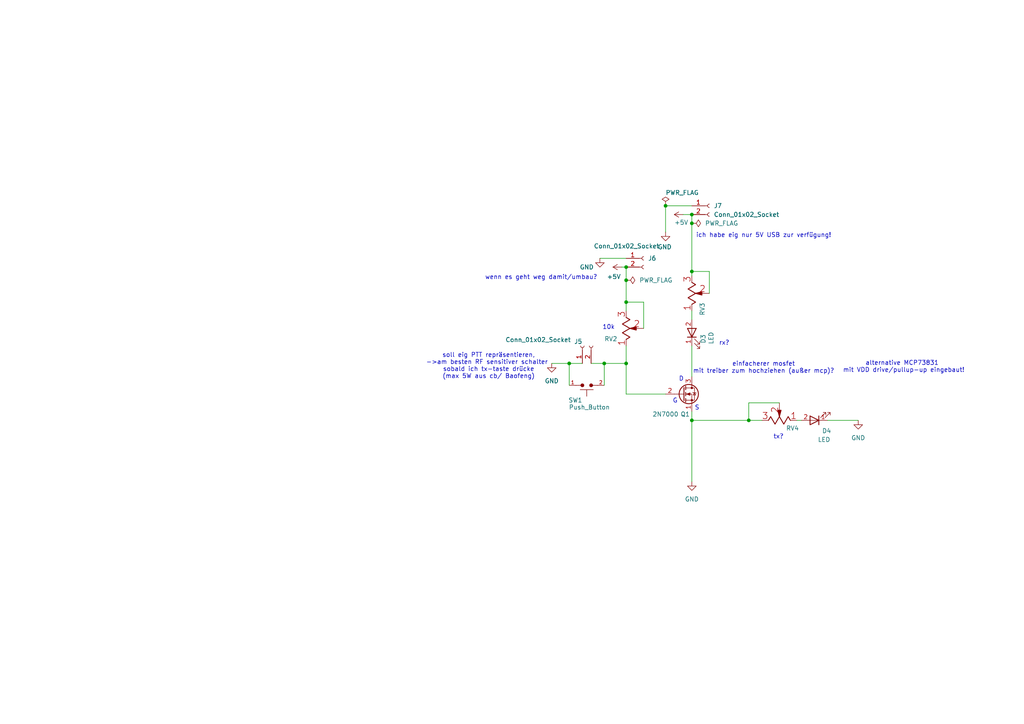
<source format=kicad_sch>
(kicad_sch
	(version 20231120)
	(generator "eeschema")
	(generator_version "8.0")
	(uuid "43bc54c2-f30c-446f-ad09-871235d9a22a")
	(paper "A4")
	(title_block
		(title "TR-Switch")
		(date "2024-06-09")
		(rev "0.1")
		(company "(C) WodoWiesel")
		(comment 1 "06/06/2024")
	)
	(lib_symbols
		(symbol "Connector:Conn_01x02_Socket"
			(pin_names
				(offset 1.016) hide)
			(exclude_from_sim no)
			(in_bom yes)
			(on_board yes)
			(property "Reference" "J"
				(at 0 2.54 0)
				(effects
					(font
						(size 1.27 1.27)
					)
				)
			)
			(property "Value" "Conn_01x02_Socket"
				(at 0 -5.08 0)
				(effects
					(font
						(size 1.27 1.27)
					)
				)
			)
			(property "Footprint" ""
				(at 0 0 0)
				(effects
					(font
						(size 1.27 1.27)
					)
					(hide yes)
				)
			)
			(property "Datasheet" "~"
				(at 0 0 0)
				(effects
					(font
						(size 1.27 1.27)
					)
					(hide yes)
				)
			)
			(property "Description" "Generic connector, single row, 01x02, script generated"
				(at 0 0 0)
				(effects
					(font
						(size 1.27 1.27)
					)
					(hide yes)
				)
			)
			(property "ki_locked" ""
				(at 0 0 0)
				(effects
					(font
						(size 1.27 1.27)
					)
				)
			)
			(property "ki_keywords" "connector"
				(at 0 0 0)
				(effects
					(font
						(size 1.27 1.27)
					)
					(hide yes)
				)
			)
			(property "ki_fp_filters" "Connector*:*_1x??_*"
				(at 0 0 0)
				(effects
					(font
						(size 1.27 1.27)
					)
					(hide yes)
				)
			)
			(symbol "Conn_01x02_Socket_1_1"
				(arc
					(start 0 -2.032)
					(mid -0.5058 -2.54)
					(end 0 -3.048)
					(stroke
						(width 0.1524)
						(type default)
					)
					(fill
						(type none)
					)
				)
				(polyline
					(pts
						(xy -1.27 -2.54) (xy -0.508 -2.54)
					)
					(stroke
						(width 0.1524)
						(type default)
					)
					(fill
						(type none)
					)
				)
				(polyline
					(pts
						(xy -1.27 0) (xy -0.508 0)
					)
					(stroke
						(width 0.1524)
						(type default)
					)
					(fill
						(type none)
					)
				)
				(arc
					(start 0 0.508)
					(mid -0.5058 0)
					(end 0 -0.508)
					(stroke
						(width 0.1524)
						(type default)
					)
					(fill
						(type none)
					)
				)
				(pin passive line
					(at -5.08 0 0)
					(length 3.81)
					(name "Pin_1"
						(effects
							(font
								(size 1.27 1.27)
							)
						)
					)
					(number "1"
						(effects
							(font
								(size 1.27 1.27)
							)
						)
					)
				)
				(pin passive line
					(at -5.08 -2.54 0)
					(length 3.81)
					(name "Pin_2"
						(effects
							(font
								(size 1.27 1.27)
							)
						)
					)
					(number "2"
						(effects
							(font
								(size 1.27 1.27)
							)
						)
					)
				)
			)
		)
		(symbol "Device:LED"
			(pin_names
				(offset 1.016) hide)
			(exclude_from_sim no)
			(in_bom yes)
			(on_board yes)
			(property "Reference" "D"
				(at 0 2.54 0)
				(effects
					(font
						(size 1.27 1.27)
					)
				)
			)
			(property "Value" "LED"
				(at 0 -2.54 0)
				(effects
					(font
						(size 1.27 1.27)
					)
				)
			)
			(property "Footprint" ""
				(at 0 0 0)
				(effects
					(font
						(size 1.27 1.27)
					)
					(hide yes)
				)
			)
			(property "Datasheet" "~"
				(at 0 0 0)
				(effects
					(font
						(size 1.27 1.27)
					)
					(hide yes)
				)
			)
			(property "Description" "Light emitting diode"
				(at 0 0 0)
				(effects
					(font
						(size 1.27 1.27)
					)
					(hide yes)
				)
			)
			(property "ki_keywords" "LED diode"
				(at 0 0 0)
				(effects
					(font
						(size 1.27 1.27)
					)
					(hide yes)
				)
			)
			(property "ki_fp_filters" "LED* LED_SMD:* LED_THT:*"
				(at 0 0 0)
				(effects
					(font
						(size 1.27 1.27)
					)
					(hide yes)
				)
			)
			(symbol "LED_0_1"
				(polyline
					(pts
						(xy -1.27 -1.27) (xy -1.27 1.27)
					)
					(stroke
						(width 0.254)
						(type default)
					)
					(fill
						(type none)
					)
				)
				(polyline
					(pts
						(xy -1.27 0) (xy 1.27 0)
					)
					(stroke
						(width 0)
						(type default)
					)
					(fill
						(type none)
					)
				)
				(polyline
					(pts
						(xy 1.27 -1.27) (xy 1.27 1.27) (xy -1.27 0) (xy 1.27 -1.27)
					)
					(stroke
						(width 0.254)
						(type default)
					)
					(fill
						(type none)
					)
				)
				(polyline
					(pts
						(xy -3.048 -0.762) (xy -4.572 -2.286) (xy -3.81 -2.286) (xy -4.572 -2.286) (xy -4.572 -1.524)
					)
					(stroke
						(width 0)
						(type default)
					)
					(fill
						(type none)
					)
				)
				(polyline
					(pts
						(xy -1.778 -0.762) (xy -3.302 -2.286) (xy -2.54 -2.286) (xy -3.302 -2.286) (xy -3.302 -1.524)
					)
					(stroke
						(width 0)
						(type default)
					)
					(fill
						(type none)
					)
				)
			)
			(symbol "LED_1_1"
				(pin passive line
					(at -3.81 0 0)
					(length 2.54)
					(name "K"
						(effects
							(font
								(size 1.27 1.27)
							)
						)
					)
					(number "1"
						(effects
							(font
								(size 1.27 1.27)
							)
						)
					)
				)
				(pin passive line
					(at 3.81 0 180)
					(length 2.54)
					(name "A"
						(effects
							(font
								(size 1.27 1.27)
							)
						)
					)
					(number "2"
						(effects
							(font
								(size 1.27 1.27)
							)
						)
					)
				)
			)
		)
		(symbol "PCM_Generic:R-potentiometer,IEEE,symmetric"
			(pin_names
				(offset 0) hide)
			(exclude_from_sim no)
			(in_bom yes)
			(on_board yes)
			(property "Reference" "R"
				(at 2.54 2.54 0)
				(effects
					(font
						(size 2.54 2.54)
					)
					(justify left)
				)
			)
			(property "Value" "R-potentiometer,IEEE,symmetric"
				(at 2.54 -2.54 0)
				(effects
					(font
						(size 0.001 0.001)
					)
					(justify left)
					(hide yes)
				)
			)
			(property "Footprint" ""
				(at 0 0 0)
				(effects
					(font
						(size 2.54 2.54)
					)
					(hide yes)
				)
			)
			(property "Datasheet" ""
				(at 0 0 0)
				(effects
					(font
						(size 2.54 2.54)
					)
					(hide yes)
				)
			)
			(property "Description" "potentiometer with movable/rotating/sliding contact (IEEE short zigzag)"
				(at 0 0 0)
				(effects
					(font
						(size 1.27 1.27)
					)
					(hide yes)
				)
			)
			(property "Sim.Pins" "1=1 2=2 3=3"
				(at 0 0 0)
				(effects
					(font
						(size 1.27 1.27)
					)
					(hide yes)
				)
			)
			(property "Sim.Device" "SPICE"
				(at -2.54 2.54 0)
				(effects
					(font
						(size 2.54 2.54)
					)
					(justify right)
					(hide yes)
				)
			)
			(property "Sim.Params" "type=\"A\" model=\"lin100k\" lib=\"R-potentiometer.lib\""
				(at 0 0 0)
				(effects
					(font
						(size 1.27 1.27)
					)
					(hide yes)
				)
			)
			(property "Indicator" "●"
				(at 2.54 -2.54 0)
				(effects
					(font
						(size 1.27 1.27)
					)
					(justify left)
				)
			)
			(property "ki_keywords" "A R pot potentiometer movable rotating sliding contact IEEE zigzag adjustable res resistor wiper knob trimmer lin log"
				(at 0 0 0)
				(effects
					(font
						(size 1.27 1.27)
					)
					(hide yes)
				)
			)
			(symbol "R-potentiometer,IEEE,symmetric_1_1"
				(polyline
					(pts
						(xy 1.0922 0) (xy 2.921 0.4826) (xy 2.921 -0.4826) (xy 1.0922 0)
					)
					(stroke
						(width 0.254)
						(type default)
					)
					(fill
						(type outline)
					)
				)
				(polyline
					(pts
						(xy 0 3.175) (xy 1.0922 2.54) (xy -1.0922 1.27) (xy 1.0922 0) (xy -1.0922 -1.27) (xy 1.0922 -2.54)
						(xy 0 -3.175)
					)
					(stroke
						(width 0.254)
						(type default)
					)
					(fill
						(type none)
					)
				)
				(pin passive line
					(at 0 -5.08 90)
					(length 1.905)
					(name "a"
						(effects
							(font
								(size 1.27 1.27)
							)
						)
					)
					(number "1"
						(effects
							(font
								(size 1.8288 1.8288)
							)
						)
					)
				)
				(pin passive line
					(at 5.08 0 180)
					(length 3.9878)
					(name "b"
						(effects
							(font
								(size 1.27 1.27)
							)
						)
					)
					(number "2"
						(effects
							(font
								(size 1.8288 1.8288)
							)
						)
					)
				)
				(pin passive line
					(at 0 5.08 270)
					(length 1.905)
					(name "c"
						(effects
							(font
								(size 1.27 1.27)
							)
						)
					)
					(number "3"
						(effects
							(font
								(size 1.8288 1.8288)
							)
						)
					)
				)
			)
		)
		(symbol "PCM_SL_Devices:Push_Button"
			(exclude_from_sim no)
			(in_bom yes)
			(on_board yes)
			(property "Reference" "SW"
				(at 0 6.35 0)
				(effects
					(font
						(size 1.27 1.27)
					)
				)
			)
			(property "Value" "Push_Button"
				(at 0 4.445 0)
				(effects
					(font
						(size 1.27 1.27)
					)
				)
			)
			(property "Footprint" "Button_Switch_THT:SW_PUSH_6mm"
				(at -0.127 -3.175 0)
				(effects
					(font
						(size 1.27 1.27)
					)
					(hide yes)
				)
			)
			(property "Datasheet" ""
				(at 0 0 0)
				(effects
					(font
						(size 1.27 1.27)
					)
					(hide yes)
				)
			)
			(property "Description" "Common 6mmx6mm Push Button"
				(at 0 0 0)
				(effects
					(font
						(size 1.27 1.27)
					)
					(hide yes)
				)
			)
			(property "ki_keywords" "Switch"
				(at 0 0 0)
				(effects
					(font
						(size 1.27 1.27)
					)
					(hide yes)
				)
			)
			(symbol "Push_Button_0_1"
				(circle
					(center -1.27 0)
					(radius 0.4579)
					(stroke
						(width 0)
						(type default)
					)
					(fill
						(type outline)
					)
				)
				(polyline
					(pts
						(xy -3.175 0) (xy -1.778 0)
					)
					(stroke
						(width 0)
						(type default)
					)
					(fill
						(type none)
					)
				)
				(polyline
					(pts
						(xy -1.905 1.27) (xy 1.905 1.27)
					)
					(stroke
						(width 0)
						(type default)
					)
					(fill
						(type none)
					)
				)
				(polyline
					(pts
						(xy 0 1.27) (xy 0 3.175)
					)
					(stroke
						(width 0)
						(type default)
					)
					(fill
						(type none)
					)
				)
				(polyline
					(pts
						(xy 1.778 0) (xy 3.175 0)
					)
					(stroke
						(width 0)
						(type default)
					)
					(fill
						(type none)
					)
				)
				(circle
					(center 1.27 0)
					(radius 0.4579)
					(stroke
						(width 0)
						(type default)
					)
					(fill
						(type outline)
					)
				)
			)
			(symbol "Push_Button_1_1"
				(pin passive line
					(at -5.08 0 0)
					(length 2)
					(name ""
						(effects
							(font
								(size 1.27 1.27)
							)
						)
					)
					(number "1"
						(effects
							(font
								(size 1 1)
							)
						)
					)
				)
				(pin passive line
					(at 5.08 0 180)
					(length 2)
					(name ""
						(effects
							(font
								(size 1.27 1.27)
							)
						)
					)
					(number "2"
						(effects
							(font
								(size 1 1)
							)
						)
					)
				)
			)
		)
		(symbol "Transistor_FET:2N7000"
			(pin_names hide)
			(exclude_from_sim no)
			(in_bom yes)
			(on_board yes)
			(property "Reference" "Q"
				(at 5.08 1.905 0)
				(effects
					(font
						(size 1.27 1.27)
					)
					(justify left)
				)
			)
			(property "Value" "2N7000"
				(at 5.08 0 0)
				(effects
					(font
						(size 1.27 1.27)
					)
					(justify left)
				)
			)
			(property "Footprint" "Package_TO_SOT_THT:TO-92_Inline"
				(at 5.08 -1.905 0)
				(effects
					(font
						(size 1.27 1.27)
						(italic yes)
					)
					(justify left)
					(hide yes)
				)
			)
			(property "Datasheet" "https://www.vishay.com/docs/70226/70226.pdf"
				(at 0 0 0)
				(effects
					(font
						(size 1.27 1.27)
					)
					(justify left)
					(hide yes)
				)
			)
			(property "Description" "0.2A Id, 200V Vds, N-Channel MOSFET, 2.6V Logic Level, TO-92"
				(at 0 0 0)
				(effects
					(font
						(size 1.27 1.27)
					)
					(hide yes)
				)
			)
			(property "ki_keywords" "N-Channel MOSFET Logic-Level"
				(at 0 0 0)
				(effects
					(font
						(size 1.27 1.27)
					)
					(hide yes)
				)
			)
			(property "ki_fp_filters" "TO?92*"
				(at 0 0 0)
				(effects
					(font
						(size 1.27 1.27)
					)
					(hide yes)
				)
			)
			(symbol "2N7000_0_1"
				(polyline
					(pts
						(xy 0.254 0) (xy -2.54 0)
					)
					(stroke
						(width 0)
						(type default)
					)
					(fill
						(type none)
					)
				)
				(polyline
					(pts
						(xy 0.254 1.905) (xy 0.254 -1.905)
					)
					(stroke
						(width 0.254)
						(type default)
					)
					(fill
						(type none)
					)
				)
				(polyline
					(pts
						(xy 0.762 -1.27) (xy 0.762 -2.286)
					)
					(stroke
						(width 0.254)
						(type default)
					)
					(fill
						(type none)
					)
				)
				(polyline
					(pts
						(xy 0.762 0.508) (xy 0.762 -0.508)
					)
					(stroke
						(width 0.254)
						(type default)
					)
					(fill
						(type none)
					)
				)
				(polyline
					(pts
						(xy 0.762 2.286) (xy 0.762 1.27)
					)
					(stroke
						(width 0.254)
						(type default)
					)
					(fill
						(type none)
					)
				)
				(polyline
					(pts
						(xy 2.54 2.54) (xy 2.54 1.778)
					)
					(stroke
						(width 0)
						(type default)
					)
					(fill
						(type none)
					)
				)
				(polyline
					(pts
						(xy 2.54 -2.54) (xy 2.54 0) (xy 0.762 0)
					)
					(stroke
						(width 0)
						(type default)
					)
					(fill
						(type none)
					)
				)
				(polyline
					(pts
						(xy 0.762 -1.778) (xy 3.302 -1.778) (xy 3.302 1.778) (xy 0.762 1.778)
					)
					(stroke
						(width 0)
						(type default)
					)
					(fill
						(type none)
					)
				)
				(polyline
					(pts
						(xy 1.016 0) (xy 2.032 0.381) (xy 2.032 -0.381) (xy 1.016 0)
					)
					(stroke
						(width 0)
						(type default)
					)
					(fill
						(type outline)
					)
				)
				(polyline
					(pts
						(xy 2.794 0.508) (xy 2.921 0.381) (xy 3.683 0.381) (xy 3.81 0.254)
					)
					(stroke
						(width 0)
						(type default)
					)
					(fill
						(type none)
					)
				)
				(polyline
					(pts
						(xy 3.302 0.381) (xy 2.921 -0.254) (xy 3.683 -0.254) (xy 3.302 0.381)
					)
					(stroke
						(width 0)
						(type default)
					)
					(fill
						(type none)
					)
				)
				(circle
					(center 1.651 0)
					(radius 2.794)
					(stroke
						(width 0.254)
						(type default)
					)
					(fill
						(type none)
					)
				)
				(circle
					(center 2.54 -1.778)
					(radius 0.254)
					(stroke
						(width 0)
						(type default)
					)
					(fill
						(type outline)
					)
				)
				(circle
					(center 2.54 1.778)
					(radius 0.254)
					(stroke
						(width 0)
						(type default)
					)
					(fill
						(type outline)
					)
				)
			)
			(symbol "2N7000_1_1"
				(pin passive line
					(at 2.54 -5.08 90)
					(length 2.54)
					(name "S"
						(effects
							(font
								(size 1.27 1.27)
							)
						)
					)
					(number "1"
						(effects
							(font
								(size 1.27 1.27)
							)
						)
					)
				)
				(pin input line
					(at -5.08 0 0)
					(length 2.54)
					(name "G"
						(effects
							(font
								(size 1.27 1.27)
							)
						)
					)
					(number "2"
						(effects
							(font
								(size 1.27 1.27)
							)
						)
					)
				)
				(pin passive line
					(at 2.54 5.08 270)
					(length 2.54)
					(name "D"
						(effects
							(font
								(size 1.27 1.27)
							)
						)
					)
					(number "3"
						(effects
							(font
								(size 1.27 1.27)
							)
						)
					)
				)
			)
		)
		(symbol "power:+5V"
			(power)
			(pin_names
				(offset 0)
			)
			(exclude_from_sim no)
			(in_bom yes)
			(on_board yes)
			(property "Reference" "#PWR"
				(at 0 -3.81 0)
				(effects
					(font
						(size 1.27 1.27)
					)
					(hide yes)
				)
			)
			(property "Value" "+5V"
				(at 0 3.556 0)
				(effects
					(font
						(size 1.27 1.27)
					)
				)
			)
			(property "Footprint" ""
				(at 0 0 0)
				(effects
					(font
						(size 1.27 1.27)
					)
					(hide yes)
				)
			)
			(property "Datasheet" ""
				(at 0 0 0)
				(effects
					(font
						(size 1.27 1.27)
					)
					(hide yes)
				)
			)
			(property "Description" "Power symbol creates a global label with name \"+5V\""
				(at 0 0 0)
				(effects
					(font
						(size 1.27 1.27)
					)
					(hide yes)
				)
			)
			(property "ki_keywords" "global power"
				(at 0 0 0)
				(effects
					(font
						(size 1.27 1.27)
					)
					(hide yes)
				)
			)
			(symbol "+5V_0_1"
				(polyline
					(pts
						(xy -0.762 1.27) (xy 0 2.54)
					)
					(stroke
						(width 0)
						(type default)
					)
					(fill
						(type none)
					)
				)
				(polyline
					(pts
						(xy 0 0) (xy 0 2.54)
					)
					(stroke
						(width 0)
						(type default)
					)
					(fill
						(type none)
					)
				)
				(polyline
					(pts
						(xy 0 2.54) (xy 0.762 1.27)
					)
					(stroke
						(width 0)
						(type default)
					)
					(fill
						(type none)
					)
				)
			)
			(symbol "+5V_1_1"
				(pin power_in line
					(at 0 0 90)
					(length 0) hide
					(name "+5V"
						(effects
							(font
								(size 1.27 1.27)
							)
						)
					)
					(number "1"
						(effects
							(font
								(size 1.27 1.27)
							)
						)
					)
				)
			)
		)
		(symbol "power:GND"
			(power)
			(pin_names
				(offset 0)
			)
			(exclude_from_sim no)
			(in_bom yes)
			(on_board yes)
			(property "Reference" "#PWR"
				(at 0 -6.35 0)
				(effects
					(font
						(size 1.27 1.27)
					)
					(hide yes)
				)
			)
			(property "Value" "GND"
				(at 0 -3.81 0)
				(effects
					(font
						(size 1.27 1.27)
					)
				)
			)
			(property "Footprint" ""
				(at 0 0 0)
				(effects
					(font
						(size 1.27 1.27)
					)
					(hide yes)
				)
			)
			(property "Datasheet" ""
				(at 0 0 0)
				(effects
					(font
						(size 1.27 1.27)
					)
					(hide yes)
				)
			)
			(property "Description" "Power symbol creates a global label with name \"GND\" , ground"
				(at 0 0 0)
				(effects
					(font
						(size 1.27 1.27)
					)
					(hide yes)
				)
			)
			(property "ki_keywords" "global power"
				(at 0 0 0)
				(effects
					(font
						(size 1.27 1.27)
					)
					(hide yes)
				)
			)
			(symbol "GND_0_1"
				(polyline
					(pts
						(xy 0 0) (xy 0 -1.27) (xy 1.27 -1.27) (xy 0 -2.54) (xy -1.27 -1.27) (xy 0 -1.27)
					)
					(stroke
						(width 0)
						(type default)
					)
					(fill
						(type none)
					)
				)
			)
			(symbol "GND_1_1"
				(pin power_in line
					(at 0 0 270)
					(length 0) hide
					(name "GND"
						(effects
							(font
								(size 1.27 1.27)
							)
						)
					)
					(number "1"
						(effects
							(font
								(size 1.27 1.27)
							)
						)
					)
				)
			)
		)
		(symbol "power:PWR_FLAG"
			(power)
			(pin_numbers hide)
			(pin_names
				(offset 0) hide)
			(exclude_from_sim no)
			(in_bom yes)
			(on_board yes)
			(property "Reference" "#FLG"
				(at 0 1.905 0)
				(effects
					(font
						(size 1.27 1.27)
					)
					(hide yes)
				)
			)
			(property "Value" "PWR_FLAG"
				(at 0 3.81 0)
				(effects
					(font
						(size 1.27 1.27)
					)
				)
			)
			(property "Footprint" ""
				(at 0 0 0)
				(effects
					(font
						(size 1.27 1.27)
					)
					(hide yes)
				)
			)
			(property "Datasheet" "~"
				(at 0 0 0)
				(effects
					(font
						(size 1.27 1.27)
					)
					(hide yes)
				)
			)
			(property "Description" "Special symbol for telling ERC where power comes from"
				(at 0 0 0)
				(effects
					(font
						(size 1.27 1.27)
					)
					(hide yes)
				)
			)
			(property "ki_keywords" "flag power"
				(at 0 0 0)
				(effects
					(font
						(size 1.27 1.27)
					)
					(hide yes)
				)
			)
			(symbol "PWR_FLAG_0_0"
				(pin power_out line
					(at 0 0 90)
					(length 0)
					(name "pwr"
						(effects
							(font
								(size 1.27 1.27)
							)
						)
					)
					(number "1"
						(effects
							(font
								(size 1.27 1.27)
							)
						)
					)
				)
			)
			(symbol "PWR_FLAG_0_1"
				(polyline
					(pts
						(xy 0 0) (xy 0 1.27) (xy -1.016 1.905) (xy 0 2.54) (xy 1.016 1.905) (xy 0 1.27)
					)
					(stroke
						(width 0)
						(type default)
					)
					(fill
						(type none)
					)
				)
			)
		)
	)
	(junction
		(at 200.66 121.92)
		(diameter 0)
		(color 0 0 0 0)
		(uuid "207cfa97-0712-4aba-b31d-5ec65b58d38d")
	)
	(junction
		(at 200.66 78.74)
		(diameter 0)
		(color 0 0 0 0)
		(uuid "36ff0e0b-ff6d-49f6-a6a8-1b50bbb77a55")
	)
	(junction
		(at 200.66 64.77)
		(diameter 0)
		(color 0 0 0 0)
		(uuid "65abe63d-92de-4028-ad26-6b7e0bea601c")
	)
	(junction
		(at 175.26 105.41)
		(diameter 0)
		(color 0 0 0 0)
		(uuid "7e4739dd-9af8-4d7b-b838-9b67a17e795d")
	)
	(junction
		(at 193.04 59.69)
		(diameter 0)
		(color 0 0 0 0)
		(uuid "90c5db6f-1bdc-4f58-9d30-44c14f25874d")
	)
	(junction
		(at 181.61 87.63)
		(diameter 0)
		(color 0 0 0 0)
		(uuid "b27180cf-a5dc-41ac-8795-db26882cb323")
	)
	(junction
		(at 165.1 105.41)
		(diameter 0)
		(color 0 0 0 0)
		(uuid "cf660d91-ac72-48e8-896e-5a04824a1d18")
	)
	(junction
		(at 217.17 121.92)
		(diameter 0)
		(color 0 0 0 0)
		(uuid "d4b3b220-e3fc-4bd8-b354-24967b0605c3")
	)
	(junction
		(at 181.61 77.47)
		(diameter 0)
		(color 0 0 0 0)
		(uuid "df5db12b-12eb-4496-a821-518a7f47323b")
	)
	(junction
		(at 200.66 62.23)
		(diameter 0)
		(color 0 0 0 0)
		(uuid "e02064a0-f8ca-4e99-8b90-5aea5eac474c")
	)
	(junction
		(at 181.61 81.28)
		(diameter 0)
		(color 0 0 0 0)
		(uuid "e64f309e-4de9-4b7f-8310-747a771c9a06")
	)
	(junction
		(at 181.61 105.41)
		(diameter 0)
		(color 0 0 0 0)
		(uuid "f7858f42-35c3-43fb-bab1-da8f26995091")
	)
	(wire
		(pts
			(xy 175.26 105.41) (xy 181.61 105.41)
		)
		(stroke
			(width 0)
			(type default)
		)
		(uuid "0350a0ba-38c1-4edd-b81a-e29ffec1c05f")
	)
	(wire
		(pts
			(xy 165.1 105.41) (xy 168.91 105.41)
		)
		(stroke
			(width 0)
			(type default)
		)
		(uuid "03d5561d-595f-4d89-9066-7ab037adf4ff")
	)
	(wire
		(pts
			(xy 181.61 87.63) (xy 181.61 90.17)
		)
		(stroke
			(width 0)
			(type default)
		)
		(uuid "053a0b6a-870e-4918-9f4a-1bd6cfbca13f")
	)
	(wire
		(pts
			(xy 200.66 119.38) (xy 200.66 121.92)
		)
		(stroke
			(width 0)
			(type default)
		)
		(uuid "057729ff-0eba-40cd-a6ae-ace4192908fc")
	)
	(wire
		(pts
			(xy 200.66 121.92) (xy 217.17 121.92)
		)
		(stroke
			(width 0)
			(type default)
		)
		(uuid "0a91c575-82b7-4761-afc1-b16c6ea6dd43")
	)
	(wire
		(pts
			(xy 165.1 105.41) (xy 165.1 111.76)
		)
		(stroke
			(width 0)
			(type default)
		)
		(uuid "1a18b37d-56d0-44d3-bbf0-f588761340c8")
	)
	(wire
		(pts
			(xy 193.04 59.69) (xy 193.04 67.31)
		)
		(stroke
			(width 0)
			(type default)
		)
		(uuid "1c960267-d617-41e8-a71e-1fdce70382bd")
	)
	(wire
		(pts
			(xy 160.02 105.41) (xy 165.1 105.41)
		)
		(stroke
			(width 0)
			(type default)
		)
		(uuid "2ac0a99b-7f72-423b-aa87-1dc6f16f7925")
	)
	(wire
		(pts
			(xy 200.66 90.17) (xy 200.66 92.71)
		)
		(stroke
			(width 0)
			(type default)
		)
		(uuid "3987494c-7b4a-4b5f-84f5-a18687cc687d")
	)
	(wire
		(pts
			(xy 200.66 100.33) (xy 200.66 109.22)
		)
		(stroke
			(width 0)
			(type default)
		)
		(uuid "4bf73204-193e-4932-9196-4e208513274d")
	)
	(wire
		(pts
			(xy 198.12 62.23) (xy 200.66 62.23)
		)
		(stroke
			(width 0)
			(type default)
		)
		(uuid "55226b1b-3899-48af-8428-5c1d118958f9")
	)
	(wire
		(pts
			(xy 175.26 105.41) (xy 175.26 111.76)
		)
		(stroke
			(width 0)
			(type default)
		)
		(uuid "596ad931-4aaa-4548-b4ad-acd0c29df239")
	)
	(wire
		(pts
			(xy 193.04 59.69) (xy 200.66 59.69)
		)
		(stroke
			(width 0)
			(type default)
		)
		(uuid "5afbab61-19fd-4953-a713-f8f5b7b7e2dc")
	)
	(wire
		(pts
			(xy 181.61 114.3) (xy 193.04 114.3)
		)
		(stroke
			(width 0)
			(type default)
		)
		(uuid "60083cf9-dea4-4aaf-90af-1e5dda2f9dba")
	)
	(wire
		(pts
			(xy 186.69 95.25) (xy 186.69 87.63)
		)
		(stroke
			(width 0)
			(type default)
		)
		(uuid "7713dd52-5049-4a13-9313-8b7387ca024e")
	)
	(wire
		(pts
			(xy 220.98 121.92) (xy 217.17 121.92)
		)
		(stroke
			(width 0)
			(type default)
		)
		(uuid "7b5efc2a-df88-483d-9d24-75348a8e7223")
	)
	(wire
		(pts
			(xy 200.66 64.77) (xy 200.66 78.74)
		)
		(stroke
			(width 0)
			(type default)
		)
		(uuid "7e4abc89-27e8-463d-bd88-662d4dce574c")
	)
	(wire
		(pts
			(xy 200.66 62.23) (xy 200.66 64.77)
		)
		(stroke
			(width 0)
			(type default)
		)
		(uuid "849a4b5f-0c70-4537-bd74-856b363b9000")
	)
	(wire
		(pts
			(xy 205.74 85.09) (xy 205.74 78.74)
		)
		(stroke
			(width 0)
			(type default)
		)
		(uuid "8b83b92a-e398-42ca-b1cd-868c26b4f4f5")
	)
	(wire
		(pts
			(xy 200.66 78.74) (xy 200.66 80.01)
		)
		(stroke
			(width 0)
			(type default)
		)
		(uuid "8cee7c35-196b-490d-af31-a01f6d13c669")
	)
	(wire
		(pts
			(xy 217.17 116.84) (xy 217.17 121.92)
		)
		(stroke
			(width 0)
			(type default)
		)
		(uuid "8fba186b-8a4b-4b7e-9d16-c9d50dcadac0")
	)
	(wire
		(pts
			(xy 171.45 105.41) (xy 175.26 105.41)
		)
		(stroke
			(width 0)
			(type default)
		)
		(uuid "9c5af517-c160-4223-9da8-05bfedf98b00")
	)
	(wire
		(pts
			(xy 205.74 78.74) (xy 200.66 78.74)
		)
		(stroke
			(width 0)
			(type default)
		)
		(uuid "a596d03a-4d86-413c-87b2-dd3775569cdd")
	)
	(wire
		(pts
			(xy 180.34 77.47) (xy 181.61 77.47)
		)
		(stroke
			(width 0)
			(type default)
		)
		(uuid "af60f9c9-ec30-43ab-9663-4b7fd8638b6e")
	)
	(wire
		(pts
			(xy 217.17 116.84) (xy 226.06 116.84)
		)
		(stroke
			(width 0)
			(type default)
		)
		(uuid "b6f8726d-4d26-4b03-873c-468ebba952e0")
	)
	(wire
		(pts
			(xy 231.14 121.92) (xy 232.41 121.92)
		)
		(stroke
			(width 0)
			(type default)
		)
		(uuid "b717f904-b912-4b97-9f40-e7b759879197")
	)
	(wire
		(pts
			(xy 181.61 100.33) (xy 181.61 105.41)
		)
		(stroke
			(width 0)
			(type default)
		)
		(uuid "bb575420-90e2-47bf-99a1-16838583f5a2")
	)
	(wire
		(pts
			(xy 181.61 105.41) (xy 181.61 114.3)
		)
		(stroke
			(width 0)
			(type default)
		)
		(uuid "bf03d96c-fcc4-453f-ba0f-e186f9867e1a")
	)
	(wire
		(pts
			(xy 181.61 77.47) (xy 181.61 81.28)
		)
		(stroke
			(width 0)
			(type default)
		)
		(uuid "c0e9a5bc-b2fb-443b-bcbf-cb6c0a04cb59")
	)
	(wire
		(pts
			(xy 181.61 81.28) (xy 181.61 87.63)
		)
		(stroke
			(width 0)
			(type default)
		)
		(uuid "cdbf48b1-f0ba-448a-b676-1d8a7b4f62fc")
	)
	(wire
		(pts
			(xy 240.03 121.92) (xy 248.92 121.92)
		)
		(stroke
			(width 0)
			(type default)
		)
		(uuid "d1fb7fd5-e637-4954-937b-6c709cd48a30")
	)
	(wire
		(pts
			(xy 173.99 74.93) (xy 181.61 74.93)
		)
		(stroke
			(width 0)
			(type default)
		)
		(uuid "d570ffd5-47cf-45ae-9007-818cc1ad0545")
	)
	(wire
		(pts
			(xy 186.69 87.63) (xy 181.61 87.63)
		)
		(stroke
			(width 0)
			(type default)
		)
		(uuid "e39ad7e9-0ba0-474d-ac90-f7c4c3f406ff")
	)
	(wire
		(pts
			(xy 200.66 121.92) (xy 200.66 139.7)
		)
		(stroke
			(width 0)
			(type default)
		)
		(uuid "e42d42d1-f56c-4809-a648-fd3e76cdc76f")
	)
	(text "rx?"
		(exclude_from_sim no)
		(at 210.058 99.568 0)
		(effects
			(font
				(size 1.27 1.27)
			)
		)
		(uuid "0a7c679c-261c-473c-a9d7-8f119dcadced")
	)
	(text "alternative MCP73831 \nmit VDD drive/pullup-up eingebaut!"
		(exclude_from_sim no)
		(at 262.128 106.426 0)
		(effects
			(font
				(size 1.27 1.27)
			)
		)
		(uuid "1d02d8da-c028-43ca-80e9-5c7b33fc4d9a")
	)
	(text "einfacherer mosfet\nmit treiber zum hochziehen (außer mcp)?"
		(exclude_from_sim no)
		(at 221.488 106.68 0)
		(effects
			(font
				(size 1.27 1.27)
			)
		)
		(uuid "2ade183e-e5c3-4ab5-9efa-22559106c7b7")
	)
	(text "wenn es geht weg damit/umbau?"
		(exclude_from_sim no)
		(at 156.972 80.518 0)
		(effects
			(font
				(size 1.27 1.27)
			)
		)
		(uuid "4ac5e87c-d034-4896-b731-086239f2b65b")
	)
	(text "soll eig PTT repräsentieren,\n->am besten RF sensitiver schalter \nsobald ich tx-taste drücke\n(max 5W aus cb/ Baofeng)"
		(exclude_from_sim no)
		(at 141.732 106.172 0)
		(effects
			(font
				(size 1.27 1.27)
			)
		)
		(uuid "aec96b5b-628a-4edc-a972-3394c71ec781")
	)
	(text "10k"
		(exclude_from_sim no)
		(at 176.53 94.996 0)
		(effects
			(font
				(size 1.27 1.27)
			)
		)
		(uuid "b9cb45b4-5dd4-43fe-b36c-0a054b0b1301")
	)
	(text "G"
		(exclude_from_sim no)
		(at 195.834 116.332 0)
		(effects
			(font
				(size 1.27 1.27)
			)
		)
		(uuid "d04a6c07-2277-423f-93c5-b52580355087")
	)
	(text "S"
		(exclude_from_sim no)
		(at 202.184 118.364 0)
		(effects
			(font
				(size 1.27 1.27)
			)
		)
		(uuid "d8dedeaa-0e12-4913-993c-1e0dc228e19d")
	)
	(text "tx?"
		(exclude_from_sim no)
		(at 225.806 126.746 0)
		(effects
			(font
				(size 1.27 1.27)
			)
		)
		(uuid "db0badb9-4fd9-49d0-996a-0c9b988046d9")
	)
	(text "ich habe eig nur 5V USB zur verfügung!"
		(exclude_from_sim no)
		(at 221.488 68.326 0)
		(effects
			(font
				(size 1.27 1.27)
			)
		)
		(uuid "f97b83d4-e502-4fbf-ac29-71c399d8f91d")
	)
	(text "D"
		(exclude_from_sim no)
		(at 197.612 109.982 0)
		(effects
			(font
				(size 1.27 1.27)
			)
		)
		(uuid "fc632d74-19d6-42aa-9d31-90d90065e945")
	)
	(symbol
		(lib_id "PCM_Generic:R-potentiometer,IEEE,symmetric")
		(at 181.61 95.25 0)
		(unit 1)
		(exclude_from_sim no)
		(in_bom yes)
		(on_board yes)
		(dnp no)
		(uuid "3318369e-3eed-4be9-ba4c-5ade3061beeb")
		(property "Reference" "RV2"
			(at 179.07 98.298 0)
			(effects
				(font
					(size 1.27 1.27)
				)
				(justify right)
			)
		)
		(property "Value" "10kOhm"
			(at 179.07 96.52 0)
			(effects
				(font
					(size 0.001 0.001)
				)
				(justify right)
			)
		)
		(property "Footprint" "Potentiometer_THT:Potentiometer_Bourns_3386C_Horizontal"
			(at 181.61 95.25 0)
			(effects
				(font
					(size 2.54 2.54)
				)
				(hide yes)
			)
		)
		(property "Datasheet" ""
			(at 181.61 95.25 0)
			(effects
				(font
					(size 2.54 2.54)
				)
				(hide yes)
			)
		)
		(property "Description" ""
			(at 181.61 95.25 0)
			(effects
				(font
					(size 1.27 1.27)
				)
				(hide yes)
			)
		)
		(property "Sim.Pins" "1=1 2=2 3=3"
			(at 181.61 95.25 0)
			(effects
				(font
					(size 1.27 1.27)
				)
				(hide yes)
			)
		)
		(property "Sim.Device" "SPICE"
			(at 179.07 92.71 0)
			(effects
				(font
					(size 2.54 2.54)
				)
				(justify right)
				(hide yes)
			)
		)
		(property "Sim.Params" "type=\"A\" model=\"lin100k\" lib=\"R-potentiometer.lib\""
			(at 181.61 95.25 0)
			(effects
				(font
					(size 1.27 1.27)
				)
				(hide yes)
			)
		)
		(property "Indicator" "●"
			(at 179.07 97.79 0)
			(effects
				(font
					(size 1.27 1.27)
				)
				(justify right)
				(hide yes)
			)
		)
		(pin "1"
			(uuid "70cb4a2a-4afc-4761-bc67-e19711db10a1")
		)
		(pin "2"
			(uuid "11b097b2-b792-4cf7-a951-a66a4a40e292")
		)
		(pin "3"
			(uuid "7668f26c-6efd-45a3-90cd-9bf54f7bc572")
		)
		(instances
			(project "TR-Switch"
				(path "/61106d0c-7a39-43ab-b632-7ba8a4820822/6fb72889-0e9b-4e94-bea5-37ad687a6ce6"
					(reference "RV2")
					(unit 1)
				)
			)
		)
	)
	(symbol
		(lib_id "Device:LED")
		(at 200.66 96.52 90)
		(unit 1)
		(exclude_from_sim no)
		(in_bom yes)
		(on_board yes)
		(dnp no)
		(uuid "5061ed33-c4b5-4bb2-9c5c-30f743c3870b")
		(property "Reference" "D3"
			(at 203.962 98.298 0)
			(effects
				(font
					(size 1.27 1.27)
				)
			)
		)
		(property "Value" "LED"
			(at 206.248 98.044 0)
			(effects
				(font
					(size 1.27 1.27)
				)
			)
		)
		(property "Footprint" "LED_THT:LED_D5.0mm"
			(at 200.66 96.52 0)
			(effects
				(font
					(size 1.27 1.27)
				)
				(hide yes)
			)
		)
		(property "Datasheet" "~"
			(at 200.66 96.52 0)
			(effects
				(font
					(size 1.27 1.27)
				)
				(hide yes)
			)
		)
		(property "Description" ""
			(at 200.66 96.52 0)
			(effects
				(font
					(size 1.27 1.27)
				)
				(hide yes)
			)
		)
		(pin "1"
			(uuid "79d83124-93cf-4bf1-8b14-331b41048c54")
		)
		(pin "2"
			(uuid "f18b2bc7-64c0-4405-ba0c-833e797ede9a")
		)
		(instances
			(project "TR-Switch"
				(path "/61106d0c-7a39-43ab-b632-7ba8a4820822/6fb72889-0e9b-4e94-bea5-37ad687a6ce6"
					(reference "D3")
					(unit 1)
				)
			)
		)
	)
	(symbol
		(lib_id "PCM_SL_Devices:Push_Button")
		(at 170.18 111.76 0)
		(mirror x)
		(unit 1)
		(exclude_from_sim no)
		(in_bom yes)
		(on_board yes)
		(dnp no)
		(uuid "530c4e3f-f27a-4453-b184-25ec1affe991")
		(property "Reference" "SW1"
			(at 166.878 116.078 0)
			(effects
				(font
					(size 1.27 1.27)
				)
			)
		)
		(property "Value" "Push_Button"
			(at 170.942 118.11 0)
			(effects
				(font
					(size 1.27 1.27)
				)
			)
		)
		(property "Footprint" "Button_Switch_THT:SW_PUSH_6mm"
			(at 170.053 108.585 0)
			(effects
				(font
					(size 1.27 1.27)
				)
				(hide yes)
			)
		)
		(property "Datasheet" ""
			(at 170.18 111.76 0)
			(effects
				(font
					(size 1.27 1.27)
				)
				(hide yes)
			)
		)
		(property "Description" ""
			(at 170.18 111.76 0)
			(effects
				(font
					(size 1.27 1.27)
				)
				(hide yes)
			)
		)
		(pin "1"
			(uuid "d1a7a384-64ad-43b8-a738-2cddb90c45d9")
		)
		(pin "2"
			(uuid "9510fb41-b86b-47ce-9951-abab77b7c4f4")
		)
		(instances
			(project "TR-Switch"
				(path "/61106d0c-7a39-43ab-b632-7ba8a4820822/6fb72889-0e9b-4e94-bea5-37ad687a6ce6"
					(reference "SW1")
					(unit 1)
				)
			)
		)
	)
	(symbol
		(lib_id "Connector:Conn_01x02_Socket")
		(at 168.91 100.33 90)
		(unit 1)
		(exclude_from_sim no)
		(in_bom yes)
		(on_board yes)
		(dnp no)
		(uuid "5b57a4bc-43c3-480f-a972-2c61d0180608")
		(property "Reference" "J5"
			(at 168.91 99.06 90)
			(effects
				(font
					(size 1.27 1.27)
				)
				(justify left)
			)
		)
		(property "Value" "Conn_01x02_Socket"
			(at 165.608 98.552 90)
			(effects
				(font
					(size 1.27 1.27)
				)
				(justify left)
			)
		)
		(property "Footprint" "Connector_PinHeader_2.54mm:PinHeader_1x02_P2.54mm_Vertical"
			(at 168.91 100.33 0)
			(effects
				(font
					(size 1.27 1.27)
				)
				(hide yes)
			)
		)
		(property "Datasheet" "~"
			(at 168.91 100.33 0)
			(effects
				(font
					(size 1.27 1.27)
				)
				(hide yes)
			)
		)
		(property "Description" ""
			(at 168.91 100.33 0)
			(effects
				(font
					(size 1.27 1.27)
				)
				(hide yes)
			)
		)
		(pin "1"
			(uuid "0ba2af20-4871-4730-893a-151fde937b62")
		)
		(pin "2"
			(uuid "2da276a6-838a-41ac-ac7e-f9e7df8d535b")
		)
		(instances
			(project "TR-Switch"
				(path "/61106d0c-7a39-43ab-b632-7ba8a4820822/6fb72889-0e9b-4e94-bea5-37ad687a6ce6"
					(reference "J5")
					(unit 1)
				)
			)
		)
	)
	(symbol
		(lib_id "PCM_Generic:R-potentiometer,IEEE,symmetric")
		(at 226.06 121.92 90)
		(unit 1)
		(exclude_from_sim no)
		(in_bom yes)
		(on_board yes)
		(dnp no)
		(uuid "6babfd17-5b23-4238-9c1a-dd27bb3dfc94")
		(property "Reference" "RV4"
			(at 229.87 124.206 90)
			(effects
				(font
					(size 1.27 1.27)
				)
			)
		)
		(property "Value" "10kOhm"
			(at 226.06 127 90)
			(effects
				(font
					(size 0.001 0.001)
				)
			)
		)
		(property "Footprint" "Potentiometer_THT:Potentiometer_Bourns_3386C_Horizontal"
			(at 226.06 121.92 0)
			(effects
				(font
					(size 2.54 2.54)
				)
				(hide yes)
			)
		)
		(property "Datasheet" ""
			(at 226.06 121.92 0)
			(effects
				(font
					(size 2.54 2.54)
				)
				(hide yes)
			)
		)
		(property "Description" ""
			(at 226.06 121.92 0)
			(effects
				(font
					(size 1.27 1.27)
				)
				(hide yes)
			)
		)
		(property "Sim.Pins" "1=1 2=2 3=3"
			(at 226.06 121.92 0)
			(effects
				(font
					(size 1.27 1.27)
				)
				(hide yes)
			)
		)
		(property "Sim.Device" "SPICE"
			(at 223.52 124.46 0)
			(effects
				(font
					(size 2.54 2.54)
				)
				(justify right)
				(hide yes)
			)
		)
		(property "Sim.Params" "type=\"A\" model=\"lin100k\" lib=\"R-potentiometer.lib\""
			(at 226.06 121.92 0)
			(effects
				(font
					(size 1.27 1.27)
				)
				(hide yes)
			)
		)
		(property "Indicator" "●"
			(at 226.06 130.81 90)
			(effects
				(font
					(size 1.27 1.27)
				)
				(hide yes)
			)
		)
		(pin "1"
			(uuid "446a68f6-4559-4823-be12-c60c1918a194")
		)
		(pin "2"
			(uuid "52a1cbc0-9a21-4aae-9e7d-3d38cffffefd")
		)
		(pin "3"
			(uuid "0590f1c6-dfbc-4ebf-8813-4fe37736b815")
		)
		(instances
			(project "TR-Switch"
				(path "/61106d0c-7a39-43ab-b632-7ba8a4820822/6fb72889-0e9b-4e94-bea5-37ad687a6ce6"
					(reference "RV4")
					(unit 1)
				)
			)
		)
	)
	(symbol
		(lib_id "Connector:Conn_01x02_Socket")
		(at 186.69 74.93 0)
		(unit 1)
		(exclude_from_sim no)
		(in_bom yes)
		(on_board yes)
		(dnp no)
		(uuid "73b68c55-4a5c-41f4-b932-319d3c21f587")
		(property "Reference" "J6"
			(at 187.96 74.93 0)
			(effects
				(font
					(size 1.27 1.27)
				)
				(justify left)
			)
		)
		(property "Value" "Conn_01x02_Socket"
			(at 172.212 71.374 0)
			(effects
				(font
					(size 1.27 1.27)
				)
				(justify left)
			)
		)
		(property "Footprint" "Connector_PinHeader_2.54mm:PinHeader_1x02_P2.54mm_Vertical"
			(at 186.69 74.93 0)
			(effects
				(font
					(size 1.27 1.27)
				)
				(hide yes)
			)
		)
		(property "Datasheet" "~"
			(at 186.69 74.93 0)
			(effects
				(font
					(size 1.27 1.27)
				)
				(hide yes)
			)
		)
		(property "Description" ""
			(at 186.69 74.93 0)
			(effects
				(font
					(size 1.27 1.27)
				)
				(hide yes)
			)
		)
		(pin "1"
			(uuid "90efe010-b353-4a4d-a079-d4189bd2b0fd")
		)
		(pin "2"
			(uuid "1de2b6f2-f1a8-4331-8b6a-8c4adcc98214")
		)
		(instances
			(project "TR-Switch"
				(path "/61106d0c-7a39-43ab-b632-7ba8a4820822/6fb72889-0e9b-4e94-bea5-37ad687a6ce6"
					(reference "J6")
					(unit 1)
				)
			)
		)
	)
	(symbol
		(lib_id "power:+5V")
		(at 180.34 77.47 90)
		(unit 1)
		(exclude_from_sim no)
		(in_bom yes)
		(on_board yes)
		(dnp no)
		(uuid "9b5d8e6c-c12e-4351-9fbb-978a0a8158d6")
		(property "Reference" "#PWR011"
			(at 184.15 77.47 0)
			(effects
				(font
					(size 1.27 1.27)
				)
				(hide yes)
			)
		)
		(property "Value" "+5V"
			(at 180.086 80.264 90)
			(effects
				(font
					(size 1.27 1.27)
				)
				(justify left)
			)
		)
		(property "Footprint" "Connector:Banana_Jack_2Pin"
			(at 180.34 77.47 0)
			(effects
				(font
					(size 1.27 1.27)
				)
				(hide yes)
			)
		)
		(property "Datasheet" ""
			(at 180.34 77.47 0)
			(effects
				(font
					(size 1.27 1.27)
				)
				(hide yes)
			)
		)
		(property "Description" ""
			(at 180.34 77.47 0)
			(effects
				(font
					(size 1.27 1.27)
				)
				(hide yes)
			)
		)
		(pin "1"
			(uuid "d46d6994-53a7-457a-818d-41d2e959cd10")
		)
		(instances
			(project "TR-Switch"
				(path "/61106d0c-7a39-43ab-b632-7ba8a4820822/6fb72889-0e9b-4e94-bea5-37ad687a6ce6"
					(reference "#PWR011")
					(unit 1)
				)
			)
		)
	)
	(symbol
		(lib_id "power:PWR_FLAG")
		(at 181.61 81.28 270)
		(unit 1)
		(exclude_from_sim no)
		(in_bom yes)
		(on_board yes)
		(dnp no)
		(fields_autoplaced yes)
		(uuid "9de6848a-f600-46c1-855a-8784bac24996")
		(property "Reference" "#FLG01"
			(at 183.515 81.28 0)
			(effects
				(font
					(size 1.27 1.27)
				)
				(hide yes)
			)
		)
		(property "Value" "PWR_FLAG"
			(at 185.42 81.28 90)
			(effects
				(font
					(size 1.27 1.27)
				)
				(justify left)
			)
		)
		(property "Footprint" ""
			(at 181.61 81.28 0)
			(effects
				(font
					(size 1.27 1.27)
				)
				(hide yes)
			)
		)
		(property "Datasheet" "~"
			(at 181.61 81.28 0)
			(effects
				(font
					(size 1.27 1.27)
				)
				(hide yes)
			)
		)
		(property "Description" ""
			(at 181.61 81.28 0)
			(effects
				(font
					(size 1.27 1.27)
				)
				(hide yes)
			)
		)
		(pin "1"
			(uuid "cfb82d6f-2857-4680-a03d-ad8ec6cfc6e6")
		)
		(instances
			(project "TR-Switch"
				(path "/61106d0c-7a39-43ab-b632-7ba8a4820822/6fb72889-0e9b-4e94-bea5-37ad687a6ce6"
					(reference "#FLG01")
					(unit 1)
				)
			)
		)
	)
	(symbol
		(lib_id "Transistor_FET:2N7000")
		(at 198.12 114.3 0)
		(unit 1)
		(exclude_from_sim no)
		(in_bom yes)
		(on_board yes)
		(dnp no)
		(uuid "a5b60019-99da-4346-9348-e0f2f185a6e8")
		(property "Reference" "Q1"
			(at 197.358 120.142 0)
			(effects
				(font
					(size 1.27 1.27)
				)
				(justify left)
			)
		)
		(property "Value" "2N7000"
			(at 189.23 120.142 0)
			(effects
				(font
					(size 1.27 1.27)
				)
				(justify left)
			)
		)
		(property "Footprint" "Package_TO_SOT_THT:TO-92_Inline"
			(at 203.2 116.205 0)
			(effects
				(font
					(size 1.27 1.27)
					(italic yes)
				)
				(justify left)
				(hide yes)
			)
		)
		(property "Datasheet" "https://www.vishay.com/docs/70226/70226.pdf"
			(at 198.12 114.3 0)
			(effects
				(font
					(size 1.27 1.27)
				)
				(justify left)
				(hide yes)
			)
		)
		(property "Description" ""
			(at 198.12 114.3 0)
			(effects
				(font
					(size 1.27 1.27)
				)
				(hide yes)
			)
		)
		(pin "1"
			(uuid "46c952c2-d595-4c6d-8005-0b824b2fc6cf")
		)
		(pin "2"
			(uuid "c469764c-ff7a-45ac-839a-e73c4be87349")
		)
		(pin "3"
			(uuid "b7685c27-a59c-4c15-afcf-c2e31a5c9a62")
		)
		(instances
			(project "TR-Switch"
				(path "/61106d0c-7a39-43ab-b632-7ba8a4820822/6fb72889-0e9b-4e94-bea5-37ad687a6ce6"
					(reference "Q1")
					(unit 1)
				)
			)
		)
	)
	(symbol
		(lib_id "power:GND")
		(at 200.66 139.7 0)
		(unit 1)
		(exclude_from_sim no)
		(in_bom yes)
		(on_board yes)
		(dnp no)
		(fields_autoplaced yes)
		(uuid "ac6f7353-1d30-478c-93c6-fb5e28409cb5")
		(property "Reference" "#PWR014"
			(at 200.66 146.05 0)
			(effects
				(font
					(size 1.27 1.27)
				)
				(hide yes)
			)
		)
		(property "Value" "GND"
			(at 200.66 144.78 0)
			(effects
				(font
					(size 1.27 1.27)
				)
			)
		)
		(property "Footprint" ""
			(at 200.66 139.7 0)
			(effects
				(font
					(size 1.27 1.27)
				)
				(hide yes)
			)
		)
		(property "Datasheet" ""
			(at 200.66 139.7 0)
			(effects
				(font
					(size 1.27 1.27)
				)
				(hide yes)
			)
		)
		(property "Description" ""
			(at 200.66 139.7 0)
			(effects
				(font
					(size 1.27 1.27)
				)
				(hide yes)
			)
		)
		(pin "1"
			(uuid "2aee25d2-eecd-49da-8a5f-2e0a99e0e6d8")
		)
		(instances
			(project "TR-Switch"
				(path "/61106d0c-7a39-43ab-b632-7ba8a4820822/6fb72889-0e9b-4e94-bea5-37ad687a6ce6"
					(reference "#PWR014")
					(unit 1)
				)
			)
		)
	)
	(symbol
		(lib_id "Connector:Conn_01x02_Socket")
		(at 205.74 59.69 0)
		(unit 1)
		(exclude_from_sim no)
		(in_bom yes)
		(on_board yes)
		(dnp no)
		(fields_autoplaced yes)
		(uuid "b5341e4f-0e80-4410-8c59-ee0ec64d5340")
		(property "Reference" "J7"
			(at 207.01 59.69 0)
			(effects
				(font
					(size 1.27 1.27)
				)
				(justify left)
			)
		)
		(property "Value" "Conn_01x02_Socket"
			(at 207.01 62.23 0)
			(effects
				(font
					(size 1.27 1.27)
				)
				(justify left)
			)
		)
		(property "Footprint" "Connector_PinHeader_2.54mm:PinHeader_1x02_P2.54mm_Vertical"
			(at 205.74 59.69 0)
			(effects
				(font
					(size 1.27 1.27)
				)
				(hide yes)
			)
		)
		(property "Datasheet" "~"
			(at 205.74 59.69 0)
			(effects
				(font
					(size 1.27 1.27)
				)
				(hide yes)
			)
		)
		(property "Description" ""
			(at 205.74 59.69 0)
			(effects
				(font
					(size 1.27 1.27)
				)
				(hide yes)
			)
		)
		(pin "1"
			(uuid "5442e53c-f0cd-472b-8584-36e26fe5a8fd")
		)
		(pin "2"
			(uuid "5997bbba-4d7c-41ff-a8a6-f48649a893a6")
		)
		(instances
			(project "TR-Switch"
				(path "/61106d0c-7a39-43ab-b632-7ba8a4820822/6fb72889-0e9b-4e94-bea5-37ad687a6ce6"
					(reference "J7")
					(unit 1)
				)
			)
		)
	)
	(symbol
		(lib_id "power:PWR_FLAG")
		(at 200.66 64.77 270)
		(unit 1)
		(exclude_from_sim no)
		(in_bom yes)
		(on_board yes)
		(dnp no)
		(fields_autoplaced yes)
		(uuid "b6f02a24-2824-46ac-8fdd-274da20aa357")
		(property "Reference" "#FLG04"
			(at 202.565 64.77 0)
			(effects
				(font
					(size 1.27 1.27)
				)
				(hide yes)
			)
		)
		(property "Value" "PWR_FLAG"
			(at 204.47 64.77 90)
			(effects
				(font
					(size 1.27 1.27)
				)
				(justify left)
			)
		)
		(property "Footprint" ""
			(at 200.66 64.77 0)
			(effects
				(font
					(size 1.27 1.27)
				)
				(hide yes)
			)
		)
		(property "Datasheet" "~"
			(at 200.66 64.77 0)
			(effects
				(font
					(size 1.27 1.27)
				)
				(hide yes)
			)
		)
		(property "Description" ""
			(at 200.66 64.77 0)
			(effects
				(font
					(size 1.27 1.27)
				)
				(hide yes)
			)
		)
		(pin "1"
			(uuid "303c584d-b096-4129-97f9-a9e29ea61005")
		)
		(instances
			(project "TR-Switch"
				(path "/61106d0c-7a39-43ab-b632-7ba8a4820822/6fb72889-0e9b-4e94-bea5-37ad687a6ce6"
					(reference "#FLG04")
					(unit 1)
				)
			)
		)
	)
	(symbol
		(lib_id "power:GND")
		(at 248.92 121.92 0)
		(unit 1)
		(exclude_from_sim no)
		(in_bom yes)
		(on_board yes)
		(dnp no)
		(fields_autoplaced yes)
		(uuid "c9215eab-5486-478b-8214-c158c9a23fe2")
		(property "Reference" "#PWR015"
			(at 248.92 128.27 0)
			(effects
				(font
					(size 1.27 1.27)
				)
				(hide yes)
			)
		)
		(property "Value" "GND"
			(at 248.92 127 0)
			(effects
				(font
					(size 1.27 1.27)
				)
			)
		)
		(property "Footprint" ""
			(at 248.92 121.92 0)
			(effects
				(font
					(size 1.27 1.27)
				)
				(hide yes)
			)
		)
		(property "Datasheet" ""
			(at 248.92 121.92 0)
			(effects
				(font
					(size 1.27 1.27)
				)
				(hide yes)
			)
		)
		(property "Description" ""
			(at 248.92 121.92 0)
			(effects
				(font
					(size 1.27 1.27)
				)
				(hide yes)
			)
		)
		(pin "1"
			(uuid "e7cc290c-ff5d-455d-8f1f-1081f5b81760")
		)
		(instances
			(project "TR-Switch"
				(path "/61106d0c-7a39-43ab-b632-7ba8a4820822/6fb72889-0e9b-4e94-bea5-37ad687a6ce6"
					(reference "#PWR015")
					(unit 1)
				)
			)
		)
	)
	(symbol
		(lib_id "Device:LED")
		(at 236.22 121.92 180)
		(unit 1)
		(exclude_from_sim no)
		(in_bom yes)
		(on_board yes)
		(dnp no)
		(uuid "ce976801-585f-4e42-9019-1b6637b1f578")
		(property "Reference" "D4"
			(at 239.776 124.968 0)
			(effects
				(font
					(size 1.27 1.27)
				)
			)
		)
		(property "Value" "LED"
			(at 239.014 127.508 0)
			(effects
				(font
					(size 1.27 1.27)
				)
			)
		)
		(property "Footprint" "LED_THT:LED_D5.0mm"
			(at 236.22 121.92 0)
			(effects
				(font
					(size 1.27 1.27)
				)
				(hide yes)
			)
		)
		(property "Datasheet" "~"
			(at 236.22 121.92 0)
			(effects
				(font
					(size 1.27 1.27)
				)
				(hide yes)
			)
		)
		(property "Description" ""
			(at 236.22 121.92 0)
			(effects
				(font
					(size 1.27 1.27)
				)
				(hide yes)
			)
		)
		(pin "1"
			(uuid "ab4b2ea2-8ec5-4839-8547-928250c3d1b7")
		)
		(pin "2"
			(uuid "07e7854a-271a-4b8f-901c-9c7ae8d8590c")
		)
		(instances
			(project "TR-Switch"
				(path "/61106d0c-7a39-43ab-b632-7ba8a4820822/6fb72889-0e9b-4e94-bea5-37ad687a6ce6"
					(reference "D4")
					(unit 1)
				)
			)
		)
	)
	(symbol
		(lib_id "power:GND")
		(at 193.04 67.31 0)
		(unit 1)
		(exclude_from_sim no)
		(in_bom yes)
		(on_board yes)
		(dnp no)
		(uuid "d31eba79-0cda-42be-95df-ffc6370ce75c")
		(property "Reference" "#PWR012"
			(at 193.04 73.66 0)
			(effects
				(font
					(size 1.27 1.27)
				)
				(hide yes)
			)
		)
		(property "Value" "GND"
			(at 192.786 71.628 0)
			(effects
				(font
					(size 1.27 1.27)
				)
			)
		)
		(property "Footprint" ""
			(at 193.04 67.31 0)
			(effects
				(font
					(size 1.27 1.27)
				)
				(hide yes)
			)
		)
		(property "Datasheet" ""
			(at 193.04 67.31 0)
			(effects
				(font
					(size 1.27 1.27)
				)
				(hide yes)
			)
		)
		(property "Description" ""
			(at 193.04 67.31 0)
			(effects
				(font
					(size 1.27 1.27)
				)
				(hide yes)
			)
		)
		(pin "1"
			(uuid "e10142bd-733e-4cd2-9463-60a1b5e296d4")
		)
		(instances
			(project "TR-Switch"
				(path "/61106d0c-7a39-43ab-b632-7ba8a4820822/6fb72889-0e9b-4e94-bea5-37ad687a6ce6"
					(reference "#PWR012")
					(unit 1)
				)
			)
		)
	)
	(symbol
		(lib_id "power:GND")
		(at 173.99 74.93 0)
		(unit 1)
		(exclude_from_sim no)
		(in_bom yes)
		(on_board yes)
		(dnp no)
		(uuid "dc51f1f1-3406-497c-837b-64a7cd572892")
		(property "Reference" "#PWR010"
			(at 173.99 81.28 0)
			(effects
				(font
					(size 1.27 1.27)
				)
				(hide yes)
			)
		)
		(property "Value" "GND"
			(at 170.18 77.47 0)
			(effects
				(font
					(size 1.27 1.27)
				)
			)
		)
		(property "Footprint" ""
			(at 173.99 74.93 0)
			(effects
				(font
					(size 1.27 1.27)
				)
				(hide yes)
			)
		)
		(property "Datasheet" ""
			(at 173.99 74.93 0)
			(effects
				(font
					(size 1.27 1.27)
				)
				(hide yes)
			)
		)
		(property "Description" ""
			(at 173.99 74.93 0)
			(effects
				(font
					(size 1.27 1.27)
				)
				(hide yes)
			)
		)
		(pin "1"
			(uuid "0576c61a-f458-4919-9846-c4783d392c59")
		)
		(instances
			(project "TR-Switch"
				(path "/61106d0c-7a39-43ab-b632-7ba8a4820822/6fb72889-0e9b-4e94-bea5-37ad687a6ce6"
					(reference "#PWR010")
					(unit 1)
				)
			)
		)
	)
	(symbol
		(lib_id "power:PWR_FLAG")
		(at 193.04 59.69 0)
		(unit 1)
		(exclude_from_sim no)
		(in_bom yes)
		(on_board yes)
		(dnp no)
		(uuid "e07364ff-b9e3-4dcd-bac9-155ceca1e0a4")
		(property "Reference" "#FLG03"
			(at 193.04 57.785 0)
			(effects
				(font
					(size 1.27 1.27)
				)
				(hide yes)
			)
		)
		(property "Value" "PWR_FLAG"
			(at 193.04 55.88 0)
			(effects
				(font
					(size 1.27 1.27)
				)
				(justify left)
			)
		)
		(property "Footprint" ""
			(at 193.04 59.69 0)
			(effects
				(font
					(size 1.27 1.27)
				)
				(hide yes)
			)
		)
		(property "Datasheet" "~"
			(at 193.04 59.69 0)
			(effects
				(font
					(size 1.27 1.27)
				)
				(hide yes)
			)
		)
		(property "Description" ""
			(at 193.04 59.69 0)
			(effects
				(font
					(size 1.27 1.27)
				)
				(hide yes)
			)
		)
		(pin "1"
			(uuid "50b4caa0-8a95-495d-a9a2-9b75f333377f")
		)
		(instances
			(project "TR-Switch"
				(path "/61106d0c-7a39-43ab-b632-7ba8a4820822/6fb72889-0e9b-4e94-bea5-37ad687a6ce6"
					(reference "#FLG03")
					(unit 1)
				)
			)
		)
	)
	(symbol
		(lib_id "power:GND")
		(at 160.02 105.41 0)
		(unit 1)
		(exclude_from_sim no)
		(in_bom yes)
		(on_board yes)
		(dnp no)
		(fields_autoplaced yes)
		(uuid "e761ae24-abbf-403b-834a-1a1d4b1f8512")
		(property "Reference" "#PWR09"
			(at 160.02 111.76 0)
			(effects
				(font
					(size 1.27 1.27)
				)
				(hide yes)
			)
		)
		(property "Value" "GND"
			(at 160.02 110.49 0)
			(effects
				(font
					(size 1.27 1.27)
				)
			)
		)
		(property "Footprint" ""
			(at 160.02 105.41 0)
			(effects
				(font
					(size 1.27 1.27)
				)
				(hide yes)
			)
		)
		(property "Datasheet" ""
			(at 160.02 105.41 0)
			(effects
				(font
					(size 1.27 1.27)
				)
				(hide yes)
			)
		)
		(property "Description" ""
			(at 160.02 105.41 0)
			(effects
				(font
					(size 1.27 1.27)
				)
				(hide yes)
			)
		)
		(pin "1"
			(uuid "35cfdf6a-8ee0-4829-a32b-55670e09e936")
		)
		(instances
			(project "TR-Switch"
				(path "/61106d0c-7a39-43ab-b632-7ba8a4820822/6fb72889-0e9b-4e94-bea5-37ad687a6ce6"
					(reference "#PWR09")
					(unit 1)
				)
			)
		)
	)
	(symbol
		(lib_id "PCM_Generic:R-potentiometer,IEEE,symmetric")
		(at 200.66 85.09 0)
		(unit 1)
		(exclude_from_sim no)
		(in_bom yes)
		(on_board yes)
		(dnp no)
		(uuid "f44067ef-049f-4819-b99e-e5116f30660a")
		(property "Reference" "RV3"
			(at 203.708 89.662 90)
			(effects
				(font
					(size 1.27 1.27)
				)
			)
		)
		(property "Value" "10kOhm"
			(at 195.58 85.09 90)
			(effects
				(font
					(size 0.001 0.001)
				)
			)
		)
		(property "Footprint" "Potentiometer_THT:Potentiometer_Bourns_3386C_Horizontal"
			(at 200.66 85.09 0)
			(effects
				(font
					(size 2.54 2.54)
				)
				(hide yes)
			)
		)
		(property "Datasheet" ""
			(at 200.66 85.09 0)
			(effects
				(font
					(size 2.54 2.54)
				)
				(hide yes)
			)
		)
		(property "Description" ""
			(at 200.66 85.09 0)
			(effects
				(font
					(size 1.27 1.27)
				)
				(hide yes)
			)
		)
		(property "Sim.Pins" "1=1 2=2 3=3"
			(at 200.66 85.09 0)
			(effects
				(font
					(size 1.27 1.27)
				)
				(hide yes)
			)
		)
		(property "Sim.Device" "SPICE"
			(at 198.12 82.55 0)
			(effects
				(font
					(size 2.54 2.54)
				)
				(justify right)
				(hide yes)
			)
		)
		(property "Sim.Params" "type=\"A\" model=\"lin100k\" lib=\"R-potentiometer.lib\""
			(at 200.66 85.09 0)
			(effects
				(font
					(size 1.27 1.27)
				)
				(hide yes)
			)
		)
		(property "Indicator" "●"
			(at 191.77 85.09 90)
			(effects
				(font
					(size 1.27 1.27)
				)
				(hide yes)
			)
		)
		(pin "1"
			(uuid "a65c7b51-f5ff-462d-867b-d635f5743be2")
		)
		(pin "2"
			(uuid "477089cc-272e-4d3c-a18c-3bf451a31ca8")
		)
		(pin "3"
			(uuid "7411c740-da03-4e7e-91c8-3824a89603b7")
		)
		(instances
			(project "TR-Switch"
				(path "/61106d0c-7a39-43ab-b632-7ba8a4820822/6fb72889-0e9b-4e94-bea5-37ad687a6ce6"
					(reference "RV3")
					(unit 1)
				)
			)
		)
	)
	(symbol
		(lib_id "power:+5V")
		(at 198.12 62.23 90)
		(unit 1)
		(exclude_from_sim no)
		(in_bom yes)
		(on_board yes)
		(dnp no)
		(uuid "f4edcf44-f411-470d-ab30-4a985d632236")
		(property "Reference" "#PWR013"
			(at 201.93 62.23 0)
			(effects
				(font
					(size 1.27 1.27)
				)
				(hide yes)
			)
		)
		(property "Value" "+5V"
			(at 199.644 64.516 90)
			(effects
				(font
					(size 1.27 1.27)
				)
				(justify left)
			)
		)
		(property "Footprint" "Connector:Banana_Jack_2Pin"
			(at 198.12 62.23 0)
			(effects
				(font
					(size 1.27 1.27)
				)
				(hide yes)
			)
		)
		(property "Datasheet" ""
			(at 198.12 62.23 0)
			(effects
				(font
					(size 1.27 1.27)
				)
				(hide yes)
			)
		)
		(property "Description" ""
			(at 198.12 62.23 0)
			(effects
				(font
					(size 1.27 1.27)
				)
				(hide yes)
			)
		)
		(pin "1"
			(uuid "7e3be610-a504-4447-815c-bb7b480d33f4")
		)
		(instances
			(project "TR-Switch"
				(path "/61106d0c-7a39-43ab-b632-7ba8a4820822/6fb72889-0e9b-4e94-bea5-37ad687a6ce6"
					(reference "#PWR013")
					(unit 1)
				)
			)
		)
	)
)

</source>
